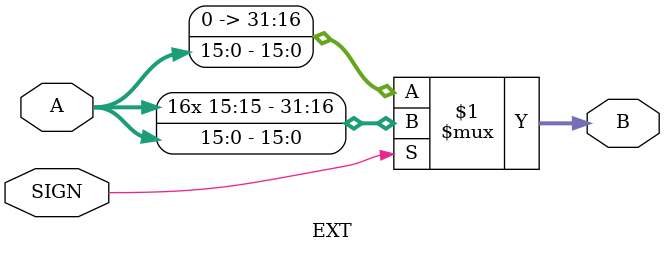
<source format=v>
`timescale 1ns / 1ps
module EXT #(parameter WIDTH = 16)
(
    A,
    B,
    SIGN
);
    input [WIDTH - 1:0]A;
    input SIGN;

    output [31:0]B;

    assign B = SIGN? {{(32-WIDTH){A[WIDTH - 1]}},A} : {{(32-WIDTH){1'b0}},A};
endmodule

</source>
